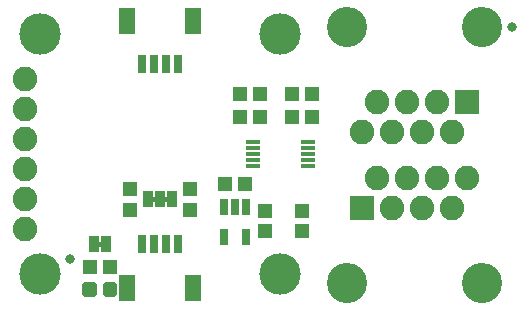
<source format=gts>
G04 EAGLE Gerber RS-274X export*
G75*
%MOMM*%
%FSLAX34Y34*%
%LPD*%
%INSoldermask Top*%
%IPPOS*%
%AMOC8*
5,1,8,0,0,1.08239X$1,22.5*%
G01*
%ADD10R,1.403200X2.203200*%
%ADD11R,0.803200X1.553200*%
%ADD12R,1.303200X0.453200*%
%ADD13R,1.303200X1.203200*%
%ADD14C,2.082800*%
%ADD15R,2.082800X2.082800*%
%ADD16C,3.403200*%
%ADD17R,1.203200X1.303200*%
%ADD18R,0.863600X1.473200*%
%ADD19C,3.505200*%
%ADD20C,0.838200*%
%ADD21R,0.753200X1.403200*%
%ADD22C,0.505344*%

G36*
X123890Y99707D02*
X123890Y99707D01*
X123956Y99709D01*
X123999Y99727D01*
X124046Y99735D01*
X124103Y99769D01*
X124163Y99794D01*
X124198Y99825D01*
X124239Y99850D01*
X124281Y99901D01*
X124329Y99945D01*
X124351Y99987D01*
X124380Y100024D01*
X124401Y100086D01*
X124432Y100145D01*
X124440Y100199D01*
X124452Y100236D01*
X124451Y100276D01*
X124459Y100330D01*
X124459Y102870D01*
X124448Y102935D01*
X124446Y103001D01*
X124428Y103044D01*
X124420Y103091D01*
X124386Y103148D01*
X124361Y103208D01*
X124330Y103243D01*
X124305Y103284D01*
X124254Y103326D01*
X124210Y103374D01*
X124168Y103396D01*
X124131Y103425D01*
X124069Y103446D01*
X124010Y103477D01*
X123956Y103485D01*
X123919Y103497D01*
X123879Y103496D01*
X123825Y103504D01*
X120015Y103504D01*
X119950Y103493D01*
X119884Y103491D01*
X119841Y103473D01*
X119794Y103465D01*
X119737Y103431D01*
X119677Y103406D01*
X119642Y103375D01*
X119601Y103350D01*
X119560Y103299D01*
X119511Y103255D01*
X119489Y103213D01*
X119460Y103176D01*
X119439Y103114D01*
X119408Y103055D01*
X119400Y103001D01*
X119388Y102964D01*
X119388Y102961D01*
X119389Y102924D01*
X119381Y102870D01*
X119381Y100330D01*
X119392Y100265D01*
X119394Y100199D01*
X119412Y100156D01*
X119420Y100109D01*
X119454Y100052D01*
X119479Y99992D01*
X119510Y99957D01*
X119535Y99916D01*
X119586Y99875D01*
X119630Y99826D01*
X119672Y99804D01*
X119709Y99775D01*
X119771Y99754D01*
X119830Y99723D01*
X119884Y99715D01*
X119921Y99703D01*
X119961Y99704D01*
X120015Y99696D01*
X123825Y99696D01*
X123890Y99707D01*
G37*
G36*
X134050Y99707D02*
X134050Y99707D01*
X134116Y99709D01*
X134159Y99727D01*
X134206Y99735D01*
X134263Y99769D01*
X134323Y99794D01*
X134358Y99825D01*
X134399Y99850D01*
X134441Y99901D01*
X134489Y99945D01*
X134511Y99987D01*
X134540Y100024D01*
X134561Y100086D01*
X134592Y100145D01*
X134600Y100199D01*
X134612Y100236D01*
X134611Y100276D01*
X134619Y100330D01*
X134619Y102870D01*
X134608Y102935D01*
X134606Y103001D01*
X134588Y103044D01*
X134580Y103091D01*
X134546Y103148D01*
X134521Y103208D01*
X134490Y103243D01*
X134465Y103284D01*
X134414Y103326D01*
X134370Y103374D01*
X134328Y103396D01*
X134291Y103425D01*
X134229Y103446D01*
X134170Y103477D01*
X134116Y103485D01*
X134079Y103497D01*
X134039Y103496D01*
X133985Y103504D01*
X130175Y103504D01*
X130110Y103493D01*
X130044Y103491D01*
X130001Y103473D01*
X129954Y103465D01*
X129897Y103431D01*
X129837Y103406D01*
X129802Y103375D01*
X129761Y103350D01*
X129720Y103299D01*
X129671Y103255D01*
X129649Y103213D01*
X129620Y103176D01*
X129599Y103114D01*
X129568Y103055D01*
X129560Y103001D01*
X129548Y102964D01*
X129548Y102961D01*
X129549Y102924D01*
X129541Y102870D01*
X129541Y100330D01*
X129552Y100265D01*
X129554Y100199D01*
X129572Y100156D01*
X129580Y100109D01*
X129614Y100052D01*
X129639Y99992D01*
X129670Y99957D01*
X129695Y99916D01*
X129746Y99875D01*
X129790Y99826D01*
X129832Y99804D01*
X129869Y99775D01*
X129931Y99754D01*
X129990Y99723D01*
X130044Y99715D01*
X130081Y99703D01*
X130121Y99704D01*
X130175Y99696D01*
X133985Y99696D01*
X134050Y99707D01*
G37*
G36*
X78170Y61607D02*
X78170Y61607D01*
X78236Y61609D01*
X78279Y61627D01*
X78326Y61635D01*
X78383Y61669D01*
X78443Y61694D01*
X78478Y61725D01*
X78519Y61750D01*
X78561Y61801D01*
X78609Y61845D01*
X78631Y61887D01*
X78660Y61924D01*
X78681Y61986D01*
X78712Y62045D01*
X78720Y62099D01*
X78732Y62136D01*
X78731Y62176D01*
X78739Y62230D01*
X78739Y64770D01*
X78728Y64835D01*
X78726Y64901D01*
X78708Y64944D01*
X78700Y64991D01*
X78666Y65048D01*
X78641Y65108D01*
X78610Y65143D01*
X78585Y65184D01*
X78534Y65226D01*
X78490Y65274D01*
X78448Y65296D01*
X78411Y65325D01*
X78349Y65346D01*
X78290Y65377D01*
X78236Y65385D01*
X78199Y65397D01*
X78159Y65396D01*
X78105Y65404D01*
X74295Y65404D01*
X74230Y65393D01*
X74164Y65391D01*
X74121Y65373D01*
X74074Y65365D01*
X74017Y65331D01*
X73957Y65306D01*
X73922Y65275D01*
X73881Y65250D01*
X73840Y65199D01*
X73791Y65155D01*
X73769Y65113D01*
X73740Y65076D01*
X73719Y65014D01*
X73688Y64955D01*
X73680Y64901D01*
X73668Y64864D01*
X73668Y64861D01*
X73669Y64824D01*
X73661Y64770D01*
X73661Y62230D01*
X73672Y62165D01*
X73674Y62099D01*
X73692Y62056D01*
X73700Y62009D01*
X73734Y61952D01*
X73759Y61892D01*
X73790Y61857D01*
X73815Y61816D01*
X73866Y61775D01*
X73910Y61726D01*
X73952Y61704D01*
X73989Y61675D01*
X74051Y61654D01*
X74110Y61623D01*
X74164Y61615D01*
X74201Y61603D01*
X74241Y61604D01*
X74295Y61596D01*
X78105Y61596D01*
X78170Y61607D01*
G37*
D10*
X99000Y26750D03*
X155000Y26750D03*
D11*
X112000Y63500D03*
X122000Y63500D03*
X132000Y63500D03*
X142000Y63500D03*
D12*
X206010Y134875D03*
X206010Y139875D03*
X206010Y144875D03*
X206010Y149875D03*
X206010Y129825D03*
X252260Y134875D03*
X252260Y139875D03*
X252260Y144875D03*
X252260Y149875D03*
X252260Y129825D03*
D10*
X155000Y252650D03*
X99000Y252650D03*
D11*
X142000Y215900D03*
X132000Y215900D03*
X122000Y215900D03*
X112000Y215900D03*
D13*
X211700Y190500D03*
X194700Y190500D03*
X239150Y171450D03*
X256150Y171450D03*
X211700Y171450D03*
X194700Y171450D03*
X239150Y190500D03*
X256150Y190500D03*
D14*
X298450Y158750D03*
X311150Y184150D03*
X323850Y158750D03*
X349250Y158750D03*
X374650Y158750D03*
X336550Y184150D03*
X361950Y184150D03*
D15*
X387350Y184150D03*
D16*
X400050Y247650D03*
X285750Y247650D03*
D17*
X152400Y93100D03*
X152400Y110100D03*
X101600Y93100D03*
X101600Y110100D03*
D18*
X116586Y101600D03*
X127000Y101600D03*
X137414Y101600D03*
D19*
X228600Y38100D03*
X228600Y241300D03*
X25400Y38100D03*
X25400Y241300D03*
D14*
X12700Y76200D03*
X12700Y101600D03*
D20*
X50800Y50800D03*
X425450Y247650D03*
D14*
X387350Y119380D03*
X374650Y93980D03*
X361950Y119380D03*
X336550Y119380D03*
X311150Y119380D03*
X349250Y93980D03*
X323850Y93980D03*
D15*
X298450Y93980D03*
D16*
X285750Y30480D03*
X400050Y30480D03*
D21*
X200000Y95551D03*
X190500Y95551D03*
X181000Y95551D03*
X181000Y69549D03*
X200000Y69549D03*
D13*
X199000Y114300D03*
X182000Y114300D03*
D17*
X215900Y74685D03*
X215900Y91685D03*
X247650Y74685D03*
X247650Y91685D03*
D13*
X84700Y44450D03*
X67700Y44450D03*
D22*
X81480Y28890D02*
X81480Y21910D01*
X81480Y28890D02*
X88460Y28890D01*
X88460Y21910D01*
X81480Y21910D01*
X81480Y26710D02*
X88460Y26710D01*
X63940Y28890D02*
X63940Y21910D01*
X63940Y28890D02*
X70920Y28890D01*
X70920Y21910D01*
X63940Y21910D01*
X63940Y26710D02*
X70920Y26710D01*
D18*
X81407Y63500D03*
X70993Y63500D03*
D14*
X12700Y203200D03*
X12700Y177800D03*
X12700Y152400D03*
X12700Y127000D03*
M02*

</source>
